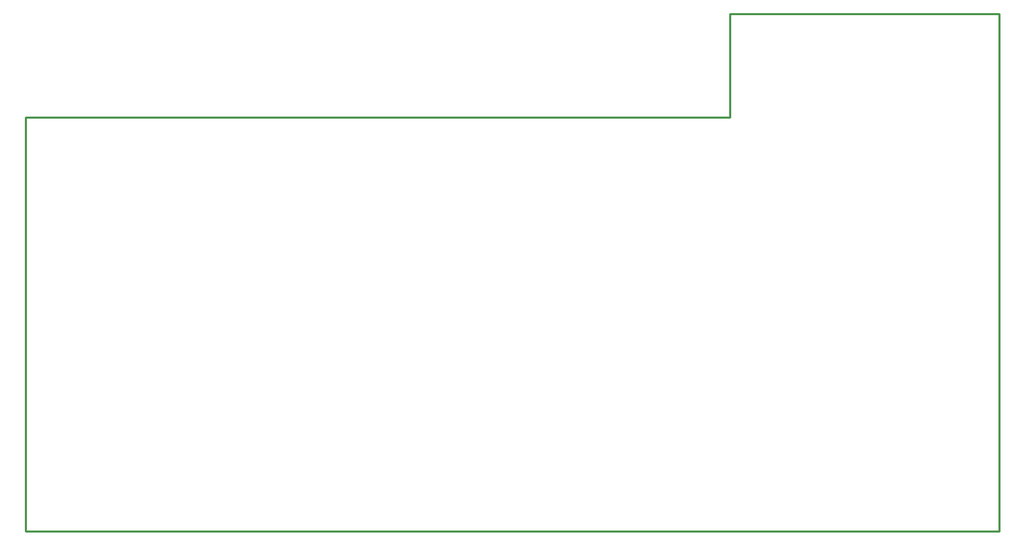
<source format=gbr>
G04 start of page 4 for group 2 idx 5 *
G04 Title: (unknown), outline *
G04 Creator: pcb 20140316 *
G04 CreationDate: Tue 18 Oct 2016 08:42:36 AM GMT UTC *
G04 For: atommann *
G04 Format: Gerber/RS-274X *
G04 PCB-Dimensions (mil): 8000.00 8000.00 *
G04 PCB-Coordinate-Origin: lower left *
%MOIN*%
%FSLAX25Y25*%
%LNOUTLINE*%
%ADD31C,0.0100*%
G54D31*X660000Y300000D02*Y350000D01*
Y300000D02*Y100000D01*
X530000Y300000D02*Y350000D01*
X660000D01*
X190000Y100000D02*X660000D01*
X530000Y300000D02*X190000D01*
Y100000D01*
M02*

</source>
